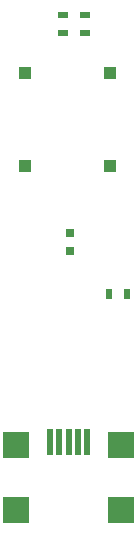
<source format=gbr>
G04 CAM350 V9.5.1 (Build 211) Date:  Tue May 10 22:39:24 2016 *
G04 Database: (Untitled) *
G04 Layer 8: STM32Mini-F_Pas *
%FSLAX45Y45*%
%MOMM*%
%SFA1.000B1.000*%

%MIA0B0*%
%IPPOS*%
%ADD18R,0.90000X0.50000*%
%ADD30R,1.00076X1.00076*%
%ADD31R,0.79756X0.79756*%
%ADD32R,0.50000X0.90000*%
%ADD33R,2.19710X2.19710*%
%ADD34R,0.49784X2.19710*%
%LNSTM32Mini-F_Pas*%
%LPD*%
G54D30*
X14359382Y-8013700D03*
X15079218D03*
X14359382Y-7226300D03*
X15079218D03*
G54D31*
X14744700Y-8586470D03*
Y-8736330D03*
G54D32*
X15073560Y-9100820D03*
X15223560D03*
G54D33*
X15174976Y-10382250D03*
G54D34*
X14572234Y-10354310D03*
X14652244D03*
X14732000D03*
X14811756D03*
X14891766D03*
G54D33*
X14289024Y-10382250D03*
Y-10932160D03*
X15174976D03*
G54D18*
X14681200Y-6889820D03*
Y-6739820D03*
X14874240Y-6889820D03*
Y-6739820D03*
M02*

</source>
